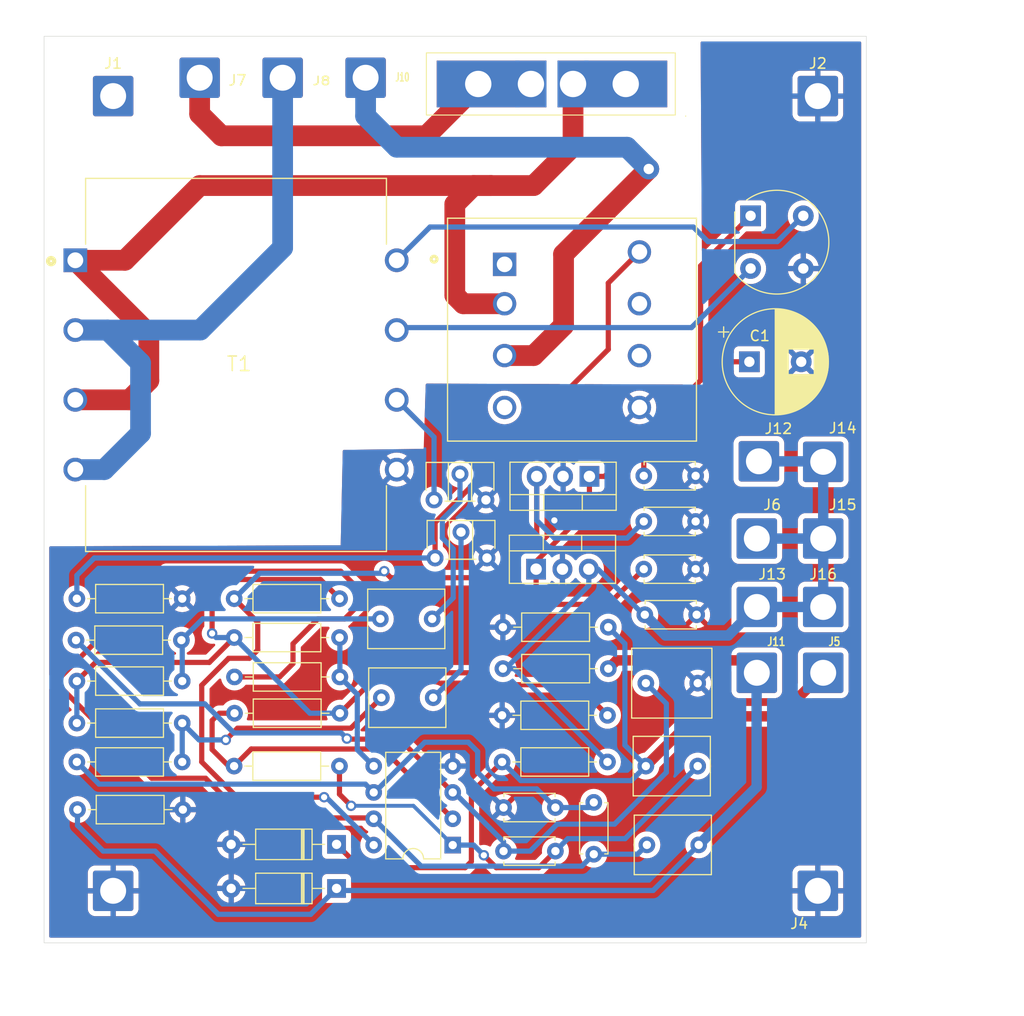
<source format=kicad_pcb>
(kicad_pcb (version 20240108) (generator "pcbnew") (generator_version "8.0")
  (layers (0 "F.Cu" signal) (31 "B.Cu" signal) (34 "B.Paste" user) (35 "F.Paste" user) (36 "B.SilkS" user "B.Silkscreen") (37 "F.SilkS" user "F.Silkscreen") (38 "B.Mask" user) (39 "F.Mask" user) (44 "Edge.Cuts" user))
  (net 0 "")
  (net 1 "Net-(C8-Pad2)")
  (net 2 "Net-(C8-Pad1)")
  (net 3 "Net-(C9-Pad1)")
  (net 4 "Net-(C9-Pad2)")
  (net 5 "Neutral")
  (net 6 "GND")
  (net 7 "Net-(U4B--)")
  (net 8 "Net-(U4A-+)")
  (net 9 "Net-(C12-Pad2)")
  (net 10 "Net-(C13-Pad2)")
  (net 11 "Net-(D2-K)")
  (net 12 "Net-(D3-K)")
  (net 13 "Net-(D1-Pad2)")
  (net 14 "Net-(D1-Pad4)")
  (net 15 "VCC")
  (net 16 "Net-(R1-Pad2)")
  (net 17 "Net-(U4B-+)")
  (net 18 "Net-(U4A--)")
  (net 19 "Net-(F1-Pad2)")
  (net 20 "Net-(R15-Pad2)")
  (net 21 "Net-(RV1-Pad1)")
  (net 22 "5v")
  (net 23 "Net-(J7-Pin_1)")
  (net 24 "Net-(J10-Pin_1)")
  (net 25 "Net-(D1-+)")
  (footprint "Resistor_THT:R_Axial_DIN0207_L6.3mm_D2.5mm_P10.16mm_Horizontal" (layer "F.Cu") (at 128.52 111.8 180)
    (property "Reference" "R10" (hide yes))
    (property "Value" "10 K" (hide yes))
    (pad "1" thru_hole circle (at 0 0 180) (size 1.6 1.6) (drill 0.8) (layers "*.Cu" "*.Mask") (net 17 "Net-(U4B-+)"))
    (pad "2" thru_hole oval (at 10.16 0 180) (size 1.6 1.6) (drill 0.8) (layers "*.Cu" "*.Mask") (net 10 "Net-(C13-Pad2)"))
  )
  (footprint "Connector_Wire:SolderWire-2sqmm_1x01_D2mm_OD3.9mm" (layer "F.Cu") (at 174.603 132.431)
    (property "Reference" "J4" (at -1.803 3.169 0) (layer "F.SilkS"))
    (property "Value" "Hole")
    (pad "1" thru_hole roundrect (at 0 0) (size 3.9 3.9) (drill 2.5) (layers "*.Cu" "*.Mask") (roundrect_rratio 0.064103) (net 6 "GND"))
  )
  (footprint "Potentiometer_THT:Potentiometer_ACP_CA6-H2,5_Horizontal" (layer "F.Cu") (at 137.6 94.725 90)
    (property "Reference" "RV1" (hide yes))
    (property "Value" "R_Potentiometer" (hide yes))
    (pad "1" thru_hole circle (at 0 0 90) (size 1.62 1.62) (drill 0.9) (layers "*.Cu" "*.Mask") (net 21 "Net-(RV1-Pad1)"))
    (pad "2" thru_hole circle (at 2.5 2.5 90) (size 1.62 1.62) (drill 0.9) (layers "*.Cu" "*.Mask") (net 2 "Net-(C8-Pad1)"))
    (pad "3" thru_hole circle (at 0 5 90) (size 1.62 1.62) (drill 0.9) (layers "*.Cu" "*.Mask") (net 6 "GND"))
  )
  (footprint "Connector_Wire:SolderWire-2sqmm_1x01_D2mm_OD3.9mm" (layer "F.Cu") (at 175.12 91.05)
    (property "Reference" "J14" (at 1.88 -3.25 0) (layer "F.SilkS"))
    (property "Value" "Wire")
    (pad "1" thru_hole roundrect (at 0 0) (size 3.9 3.9) (drill 2.5) (layers "*.Cu" "*.Mask") (roundrect_rratio 0.064103) (net 22 "5v"))
  )
  (footprint "Resistor_THT:R_Axial_DIN0207_L6.3mm_D2.5mm_P10.16mm_Horizontal" (layer "F.Cu") (at 103.16 112.2)
    (property "Reference" "R2" (hide yes))
    (property "Value" "51.1k" (hide yes))
    (pad "1" thru_hole circle (at 0 0) (size 1.6 1.6) (drill 0.8) (layers "*.Cu" "*.Mask") (net 16 "Net-(R1-Pad2)"))
    (pad "2" thru_hole oval (at 10.16 0) (size 1.6 1.6) (drill 0.8) (layers "*.Cu" "*.Mask") (net 1 "Net-(C8-Pad2)"))
  )
  (footprint "Connector_Wire:SolderWire-2sqmm_1x01_D2mm_OD3.9mm" (layer "F.Cu") (at 115 54)
    (property "Reference" "J7" (at 3.65 0.25 0) (layer "F.SilkS"))
    (property "Value" "Wire")
    (pad "1" thru_hole roundrect (at 0 0) (size 3.9 3.9) (drill 2.5) (layers "*.Cu" "*.Mask") (roundrect_rratio 0.064103) (net 23 "Net-(J7-Pin_1)"))
  )
  (footprint "Connector_Wire:SolderWire-2sqmm_1x01_D2mm_OD3.9mm" (layer "F.Cu") (at 168.72 98.45)
    (property "Reference" "J6" (at 1.48 -3.25 0) (layer "F.SilkS"))
    (property "Value" "Wire")
    (pad "1" thru_hole roundrect (at 0 0) (size 3.9 3.9) (drill 2.5) (layers "*.Cu" "*.Mask") (roundrect_rratio 0.064103) (net 22 "5v"))
  )
  (footprint "Capacitor_THT:C_Disc_D4.7mm_W2.5mm_P5.00mm" (layer "F.Cu") (at 157.82 101.4)
    (property "Reference" "C4" (hide yes))
    (property "Value" "1 uF" (hide yes))
    (pad "1" thru_hole circle (at 0 0) (size 1.6 1.6) (drill 0.8) (layers "*.Cu" "*.Mask") (net 25 "Net-(D1-+)"))
    (pad "2" thru_hole circle (at 5 0) (size 1.6 1.6) (drill 0.8) (layers "*.Cu" "*.Mask") (net 6 "GND"))
  )
  (footprint "Resistor_THT:R_Axial_DIN0207_L6.3mm_D2.5mm_P10.16mm_Horizontal" (layer "F.Cu") (at 128.52 115.3 180)
    (property "Reference" "R7" (hide yes))
    (property "Value" "10 K" (hide yes))
    (pad "1" thru_hole circle (at 0 0 180) (size 1.6 1.6) (drill 0.8) (layers "*.Cu" "*.Mask") (net 16 "Net-(R1-Pad2)"))
    (pad "2" thru_hole oval (at 10.16 0 180) (size 1.6 1.6) (drill 0.8) (layers "*.Cu" "*.Mask") (net 18 "Net-(U4A--)"))
  )
  (footprint "Capacitor_THT:C_Disc_D4.7mm_W2.5mm_P5.00mm" (layer "F.Cu") (at 144.3 128.6)
    (property "Reference" "C12" (hide yes))
    (property "Value" "10 nF" (hide yes))
    (pad "1" thru_hole circle (at 0 0) (size 1.6 1.6) (drill 0.8) (layers "*.Cu" "*.Mask") (net 8 "Net-(U4A-+)"))
    (pad "2" thru_hole circle (at 5 0) (size 1.6 1.6) (drill 0.8) (layers "*.Cu" "*.Mask") (net 9 "Net-(C12-Pad2)"))
  )
  (footprint "Package_DIP:DIP-8_W7.62mm" (layer "F.Cu") (at 139.4 128.02 180)
    (property "Reference" "U4" (hide yes))
    (property "Value" "LM358")
    (pad "1" thru_hole rect (at 0 0 180) (size 1.6 1.6) (drill 0.8) (layers "*.Cu" "*.Mask") (net 9 "Net-(C12-Pad2)"))
    (pad "2" thru_hole oval (at 0 2.54 180) (size 1.6 1.6) (drill 0.8) (layers "*.Cu" "*.Mask") (net 18 "Net-(U4A--)"))
    (pad "3" thru_hole oval (at 0 5.08 180) (size 1.6 1.6) (drill 0.8) (layers "*.Cu" "*.Mask") (net 8 "Net-(U4A-+)"))
    (pad "4" thru_hole oval (at 0 7.62 180) (size 1.6 1.6) (drill 0.8) (layers "*.Cu" "*.Mask") (net 6 "GND"))
    (pad "5" thru_hole oval (at 7.62 7.62 180) (size 1.6 1.6) (drill 0.8) (layers "*.Cu" "*.Mask") (net 17 "Net-(U4B-+)"))
    (pad "6" thru_hole oval (at 7.62 5.08 180) (size 1.6 1.6) (drill 0.8) (layers "*.Cu" "*.Mask") (net 7 "Net-(U4B--)"))
    (pad "7" thru_hole oval (at 7.62 2.54 180) (size 1.6 1.6) (drill 0.8) (layers "*.Cu" "*.Mask") (net 10 "Net-(C13-Pad2)"))
    (pad "8" thru_hole oval (at 7.62 0 180) (size 1.6 1.6) (drill 0.8) (layers "*.Cu" "*.Mask") (net 15 "VCC"))
  )
  (footprint "Capacitor_THT:C_Rect_L7.2mm_W5.5mm_P5.00mm_FKS2_FKP2_MKS2_MKP2" (layer "F.Cu") (at 137.42 106.2 180)
    (property "Reference" "C8" (hide yes))
    (property "Value" "1.5 uF" (hide yes))
    (pad "1" thru_hole circle (at 0 0 180) (size 1.6 1.6) (drill 0.8) (layers "*.Cu" "*.Mask") (net 2 "Net-(C8-Pad1)"))
    (pad "2" thru_hole circle (at 5 0 180) (size 1.6 1.6) (drill 0.8) (layers "*.Cu" "*.Mask") (net 1 "Net-(C8-Pad2)"))
  )
  (footprint "Custom Transformers:XFMR_FS20-055-C2" (layer "F.Cu") (at 118.506 81.7035)
    (property "Reference" "T1" (at 0.306 -0.1035 0) (layer "F.SilkS") (effects (font (size 1.4 1.4))))
    (property "Value" "FS20-055-C2" (hide yes))
    (pad "1" thru_hole rect (at -15.494 -10.0965) (size 2.286 2.286) (drill 1.524) (layers "*.Cu" "*.Mask") (net 19 "Net-(F1-Pad2)"))
    (pad "2" thru_hole circle (at -15.494 -3.3655) (size 2.286 2.286) (drill 1.524) (layers "*.Cu" "*.Mask") (net 5 "Neutral"))
    (pad "3" thru_hole circle (at -15.494 3.3655) (size 2.286 2.286) (drill 1.524) (layers "*.Cu" "*.Mask") (net 19 "Net-(F1-Pad2)"))
    (pad "4" thru_hole circle (at -15.494 10.0965) (size 2.286 2.286) (drill 1.524) (layers "*.Cu" "*.Mask") (net 5 "Neutral"))
    (pad "5" thru_hole circle (at 15.494 -10.0965) (size 2.286 2.286) (drill 1.524) (layers "*.Cu" "*.Mask") (net 14 "Net-(D1-Pad4)"))
    (pad "6" thru_hole circle (at 15.494 -3.3655) (size 2.286 2.286) (drill 1.524) (layers "*.Cu" "*.Mask") (net 13 "Net-(D1-Pad2)"))
    (pad "7" thru_hole circle (at 15.494 3.3655) (size 2.286 2.286) (drill 1.524) (layers "*.Cu" "*.Mask") (net 21 "Net-(RV1-Pad1)"))
    (pad "8" thru_hole circle (at 15.494 10.0965) (size 2.286 2.286) (drill 1.524) (layers "*.Cu" "*.Mask") (net 6 "GND"))
  )
  (footprint "Potentiometer_THT:Potentiometer_ACP_CA6-H2,5_Horizontal" (layer "F.Cu") (at 137.7 100.325 90)
    (property "Reference" "RV2" (hide yes))
    (property "Value" "R_Potentiometer" (hide yes))
    (pad "1" thru_hole circle (at 0 0 90) (size 1.62 1.62) (drill 0.9) (layers "*.Cu" "*.Mask") (net 20 "Net-(R15-Pad2)"))
    (pad "2" thru_hole circle (at 2.5 2.5 90) (size 1.62 1.62) (drill 0.9) (layers "*.Cu" "*.Mask") (net 3 "Net-(C9-Pad1)"))
    (pad "3" thru_hole circle (at 0 5 90) (size 1.62 1.62) (drill 0.9) (layers "*.Cu" "*.Mask") (net 6 "GND"))
  )
  (footprint "Custom Transformers:XFMR_CSE185L" (layer "F.Cu") (at 150.9 78.3)
    (property "Reference" "T2" (hide yes))
    (property "Value" "CSE185L" (hide yes))
    (pad "1" thru_hole rect (at -6.5 -6.3) (size 2.25 2.25) (drill 1.5) (layers "*.Cu" "*.Mask"))
    (pad "2" thru_hole circle (at -6.5 -2.5) (size 2.25 2.25) (drill 1.5) (layers "*.Cu" "*.Mask") (net 19 "Net-(F1-Pad2)"))
    (pad "3" thru_hole circle (at -6.5 2.5) (size 2.25 2.25) (drill 1.5) (layers "*.Cu" "*.Mask") (net 24 "Net-(J10-Pin_1)"))
    (pad "4" thru_hole circle (at -6.5 7.5) (size 2.25 2.25) (drill 1.5) (layers "*.Cu" "*.Mask"))
    (pad "5" thru_hole circle (at 6.5 7.5) (size 2.25 2.25) (drill 1.5) (layers "*.Cu" "*.Mask") (net 6 "GND"))
    (pad "6" thru_hole circle (at 6.5 2.5) (size 2.25 2.25) (drill 1.5) (layers "*.Cu" "*.Mask"))
    (pad "7" thru_hole circle (at 6.5 -2.5) (size 2.25 2.25) (drill 1.5) (layers "*.Cu" "*.Mask"))
    (pad "8" thru_hole circle (at 6.5 -7.5) (size 2.25 2.25) (drill 1.5) (layers "*.Cu" "*.Mask") (net 20 "Net-(R15-Pad2)"))
  )
  (footprint "Resistor_THT:R_Axial_DIN0207_L6.3mm_D2.5mm_P10.16mm_Horizontal" (layer "F.Cu") (at 128.49 108 180)
    (property "Reference" "R6" (hide yes))
    (property "Value" "10 K" (hide yes))
    (pad "1" thru_hole circle (at 0 0 180) (size 1.6 1.6) (drill 0.8) (layers "*.Cu" "*.Mask") (net 17 "Net-(U4B-+)"))
    (pad "2" thru_hole oval (at 10.16 0 180) (size 1.6 1.6) (drill 0.8) (layers "*.Cu" "*.Mask") (net 16 "Net-(R1-Pad2)"))
  )
  (footprint "Connector_Wire:SolderWire-2sqmm_1x01_D2mm_OD3.9mm" (layer "F.Cu") (at 106.659 55.768)
    (property "Reference" "J1" (at 0 -3.15 0) (layer "F.SilkS"))
    (property "Value" "Hole")
    (pad "1" thru_hole roundrect (at 0 0) (size 3.9 3.9) (drill 2.5) (layers "*.Cu" "*.Mask") (roundrect_rratio 0.064103) (net 6 "GND"))
  )
  (footprint "Connector_Wire:SolderWire-2sqmm_1x01_D2mm_OD3.9mm" (layer "F.Cu") (at 174.603 55.768)
    (property "Reference" "J2" (at 0 -3.15 0) (layer "F.SilkS"))
    (property "Value" "Hole")
    (pad "1" thru_hole roundrect (at 0 0) (size 3.9 3.9) (drill 2.5) (layers "*.Cu" "*.Mask") (roundrect_rratio 0.064103) (net 6 "GND"))
  )
  (footprint "Capacitor_THT:C_Disc_D4.7mm_W2.5mm_P5.00mm" (layer "F.Cu") (at 157.92 105.8)
    (property "Reference" "C5" (hide yes))
    (property "Value" "1 uF" (hide yes))
    (pad "1" thru_hole circle (at 0 0) (size 1.6 1.6) (drill 0.8) (layers "*.Cu" "*.Mask") (net 22 "5v"))
    (pad "2" thru_hole circle (at 5 0) (size 1.6 1.6) (drill 0.8) (layers "*.Cu" "*.Mask") (net 6 "GND"))
  )
  (footprint "Resistor_THT:R_Axial_DIN0207_L6.3mm_D2.5mm_P10.16mm_Horizontal" (layer "F.Cu") (at 154.32 120 180)
    (property "Reference" "R11" (hide yes))
    (property "Value" "10 K" (hide yes))
    (pad "1" thru_hole circle (at 0 0 180) (size 1.6 1.6) (drill 0.8) (layers "*.Cu" "*.Mask") (net 22 "5v"))
    (pad "2" thru_hole oval (at 10.16 0 180) (size 1.6 1.6) (drill 0.8) (layers "*.Cu" "*.Mask") (net 11 "Net-(D2-K)"))
  )
  (footprint "Fuse:Fuseholder_Keystone_3555-2" (layer "F.Cu") (at 134.36 54.2)
    (property "Reference" "F1" (hide yes))
    (property "Value" "Fuse" (hide yes))
    (pad "1" thru_hole custom (at 7.5 0.4 90) (size 4.5 8) (drill 2.54) (layers "*.Cu" "*.Mask") (net 23 "Net-(J7-Pin_1)") (clearance 1) (options (clearance outline) (anchor rect)) (primitives))
    (pad "1" thru_hole custom (at 12.58 0.4) (size 3 4.5) (drill 2.54) (layers "*.Cu" "*.Mask") (net 23 "Net-(J7-Pin_1)") (clearance 0.1) (options (clearance outline) (anchor rect)) (primitives))
    (pad "2" thru_hole custom (at 16.64 0.4) (size 3 4.5) (drill 2.54) (layers "*.Cu" "*.Mask") (net 19 "Net-(F1-Pad2)") (clearance 0.1) (options (clearance outline) (anchor rect)) (primitives))
    (pad "2" thru_hole custom (at 21.72 0.4) (size 8 4.5) (drill 2.54) (layers "*.Cu" "*.Mask") (net 19 "Net-(F1-Pad2)") (clearance 0.1) (options (clearance outline) (anchor rect)) (primitives))
  )
  (footprint "Capacitor_THT:C_Rect_L7.2mm_W5.5mm_P5.00mm_FKS2_FKP2_MKS2_MKP2" (layer "F.Cu") (at 163.02 120.4 180)
    (property "Reference" "C14" (hide yes))
    (property "Value" "1.5 uF" (hide yes))
    (pad "1" thru_hole circle (at 0 0 180) (size 1.6 1.6) (drill 0.8) (layers "*.Cu" "*.Mask") (net 9 "Net-(C12-Pad2)"))
    (pad "2" thru_hole circle (at 5 0 180) (size 1.6 1.6) (drill 0.8) (layers "*.Cu" "*.Mask") (net 11 "Net-(D2-K)"))
  )
  (footprint "Diode_THT:D_A-405_P10.16mm_Horizontal" (layer "F.Cu") (at 128.2 127.95 180)
    (property "Reference" "D2" (hide yes))
    (property "Value" "D_Zener" (hide yes))
    (pad "1" thru_hole rect (at 0 0 180) (size 1.8 1.8) (drill 0.9) (layers "*.Cu" "*.Mask") (net 11 "Net-(D2-K)"))
    (pad "2" thru_hole oval (at 10.16 0 180) (size 1.8 1.8) (drill 0.9) (layers "*.Cu" "*.Mask") (net 6 "GND"))
  )
  (footprint "Resistor_THT:R_Axial_DIN0207_L6.3mm_D2.5mm_P10.16mm_Horizontal" (layer "F.Cu") (at 144.24 111)
    (property "Reference" "R13" (hide yes))
    (property "Value" "10 K" (hide yes))
    (pad "1" thru_hole circle (at 0 0) (size 1.6 1.6) (drill 0.8) (layers "*.Cu" "*.Mask") (net 22 "5v"))
    (pad "2" thru_hole oval (at 10.16 0) (size 1.6 1.6) (drill 0.8) (layers "*.Cu" "*.Mask") (net 12 "Net-(D3-K)"))
  )
  (footprint "Connector_Wire:SolderWire-2sqmm_1x01_D2mm_OD3.9mm" (layer "F.Cu") (at 106.659 132.431)
    (property "Reference" "J3" (hide yes))
    (property "Value" "Hole")
    (pad "1" thru_hole roundrect (at 0 0) (size 3.9 3.9) (drill 2.5) (layers "*.Cu" "*.Mask") (roundrect_rratio 0.064103) (net 6 "GND"))
  )
  (footprint "Capacitor_THT:C_Disc_D4.7mm_W2.5mm_P5.00mm" (layer "F.Cu") (at 157.82 96.8)
    (property "Reference" "C3" (hide yes))
    (property "Value" "1 uF" (hide yes))
    (pad "1" thru_hole circle (at 0 0) (size 1.6 1.6) (drill 0.8) (layers "*.Cu" "*.Mask") (net 15 "VCC"))
    (pad "2" thru_hole circle (at 5 0) (size 1.6 1.6) (drill 0.8) (layers "*.Cu" "*.Mask") (net 6 "GND"))
  )
  (footprint "Capacitor_THT:C_Disc_D4.7mm_W2.5mm_P5.00mm" (layer "F.Cu") (at 153 123.9 -90)
    (property "Reference" "C13" (hide yes))
    (property "Value" "10 nF" (hide yes))
    (pad "1" thru_hole circle (at 0 0 270) (size 1.6 1.6) (drill 0.8) (layers "*.Cu" "*.Mask") (net 7 "Net-(U4B--)"))
    (pad "2" thru_hole circle (at 5 0 270) (size 1.6 1.6) (drill 0.8) (layers "*.Cu" "*.Mask") (net 10 "Net-(C13-Pad2)"))
  )
  (footprint "Resistor_THT:R_Axial_DIN0207_L6.3mm_D2.5mm_P10.16mm_Horizontal" (layer "F.Cu") (at 154.4 107 180)
    (property "Reference" "R12" (hide yes))
    (property "Value" "10 K" (hide yes))
    (pad "1" thru_hole circle (at 0 0 180) (size 1.6 1.6) (drill 0.8) (layers "*.Cu" "*.Mask") (net 11 "Net-(D2-K)"))
    (pad "2" thru_hole oval (at 10.16 0 180) (size 1.6 1.6) (drill 0.8) (layers "*.Cu" "*.Mask") (net 6 "GND"))
  )
  (footprint "Capacitor_THT:C_Rect_L7.2mm_W5.5mm_P5.00mm_FKS2_FKP2_MKS2_MKP2" (layer "F.Cu") (at 137.52 113.8 180)
    (property "Reference" "C9" (hide yes))
    (property "Value" "1.5 uF" (hide yes))
    (pad "1" thru_hole circle (at 0 0 180) (size 1.6 1.6) (drill 0.8) (layers "*.Cu" "*.Mask") (net 3 "Net-(C9-Pad1)"))
    (pad "2" thru_hole circle (at 5 0 180) (size 1.6 1.6) (drill 0.8) (layers "*.Cu" "*.Mask") (net 4 "Net-(C9-Pad2)"))
  )
  (footprint "Connector_Wire:SolderWire-2sqmm_1x01_D2mm_OD3.9mm" (layer "F.Cu") (at 175.12 105.05)
    (property "Reference" "J16" (at 0 -3.15 0) (layer "F.SilkS"))
    (property "Value" "Wire")
    (pad "1" thru_hole roundrect (at 0 0) (size 3.9 3.9) (drill 2.5) (layers "*.Cu" "*.Mask") (roundrect_rratio 0.064103) (net 22 "5v"))
  )
  (footprint "Diode_THT:Diode_Bridge_Round_D9.8mm" (layer "F.Cu") (at 168.12 67.32)
    (property "Reference" "D1" (hide yes))
    (property "Value" "W04G")
    (pad "1" thru_hole rect (at 0 0) (size 2 2) (drill 1) (layers "*.Cu" "*.Mask") (net 25 "Net-(D1-+)"))
    (pad "2" thru_hole oval (at 0 5.08) (size 2 2) (drill 1) (layers "*.Cu" "*.Mask") (net 13 "Net-(D1-Pad2)"))
    (pad "3" thru_hole oval (at 5.08 5.08) (size 2 2) (drill 1) (layers "*.Cu" "*.Mask") (net 6 "GND"))
    (pad "4" thru_hole oval (at 5.08 0) (size 2 2) (drill 1) (layers "*.Cu" "*.Mask") (net 14 "Net-(D1-Pad4)"))
  )
  (footprint "Connector_Wire:SolderWire-2sqmm_1x01_D2mm_OD3.9mm" (layer "F.Cu") (at 168.72 105.05)
    (property "Reference" "J13" (at 1.48 -3.15 0) (layer "F.SilkS"))
    (property "Value" "Wire")
    (pad "1" thru_hole roundrect (at 0 0) (size 3.9 3.9) (drill 2.5) (layers "*.Cu" "*.Mask") (roundrect_rratio 0.064103) (net 22 "5v"))
  )
  (footprint "Diode_THT:D_A-405_P10.16mm_Horizontal" (layer "F.Cu") (at 128.2 132.2 180)
    (property "Reference" "D3" (hide yes))
    (property "Value" "D_Zener" (hide yes))
    (pad "1" thru_hole rect (at 0 0 180) (size 1.8 1.8) (drill 0.9) (layers "*.Cu" "*.Mask") (net 12 "Net-(D3-K)"))
    (pad "2" thru_hole oval (at 10.16 0 180) (size 1.8 1.8) (drill 0.9) (layers "*.Cu" "*.Mask") (net 6 "GND"))
  )
  (footprint "Capacitor_THT:C_Disc_D4.7mm_W2.5mm_P5.00mm" (layer "F.Cu") (at 144.3 124.4)
    (property "Reference" "C10" (hide yes))
    (property "Value" "22 nF" (hide yes))
    (pad "1" thru_hole circle (at 0 0) (size 1.6 1.6) (drill 0.8) (layers "*.Cu" "*.Mask") (net 6 "GND"))
    (pad "2" thru_hole circle (at 5 0) (size 1.6 1.6) (drill 0.8) (layers "*.Cu" "*.Mask") (net 7 "Net-(U4B--)"))
  )
  (footprint "Connector_Wire:SolderWire-2sqmm_1x01_D2mm_OD3.9mm" (layer "F.Cu") (at 168.92 91)
    (property "Reference" "J12" (at 1.88 -3.15 0) (layer "F.SilkS"))
    (property "Value" "Wire")
    (pad "1" thru_hole roundrect (at 0 0) (size 3.9 3.9) (drill 2.5) (layers "*.Cu" "*.Mask") (roundrect_rratio 0.064103) (net 22 "5v"))
  )
  (footprint "Package_TO_SOT_THT:TO-220-3_Vertical" (layer "F.Cu") (at 147.44 101.4)
    (property "Reference" "U2" (hide yes))
    (property "Value" "5 V Regulator")
    (pad "1" thru_hole rect (at 0 0) (size 1.905 2) (drill 1.1) (layers "*.Cu" "*.Mask") (net 25 "Net-(D1-+)"))
    (pad "2" thru_hole oval (at 2.54 0) (size 1.905 2) (drill 1.1) (layers "*.Cu" "*.Mask") (net 6 "GND"))
    (pad "3" thru_hole oval (at 5.08 0) (size 1.905 2) (drill 1.1) (layers "*.Cu" "*.Mask") (net 22 "5v"))
  )
  (footprint "Resistor_THT:R_Axial_DIN0207_L6.3mm_D2.5mm_P10.16mm_Horizontal" (layer "F.Cu") (at 103.22 124.6)
    (property "Reference" "R14" (hide yes))
    (property "Value" "10 K" (hide yes))
    (pad "1" thru_hole circle (at 0 0) (size 1.6 1.6) (drill 0.8) (layers "*.Cu" "*.Mask") (net 12 "Net-(D3-K)"))
    (pad "2" thru_hole oval (at 10.16 0) (size 1.6 1.6) (drill 0.8) (layers "*.Cu" "*.Mask") (net 6 "GND"))
  )
  (footprint "Connector_Wire:SolderWire-2sqmm_1x01_D2mm_OD3.9mm" (layer "F.Cu") (at 175.12 98.45)
    (property "Reference" "J15" (at 1.88 -3.25 0) (layer "F.SilkS"))
    (property "Value" "Wire")
    (pad "1" thru_hole roundrect (at 0 0) (size 3.9 3.9) (drill 2.5) (layers "*.Cu" "*.Mask") (roundrect_rratio 0.064103) (net 22 "5v"))
  )
  (footprint "Connector_Wire:SolderWire-2sqmm_1x01_D2mm_OD3.9mm" (layer "F.Cu") (at 168.72 111.4)
    (property "Reference" "J11" (at 1.88 -3 0) (layer "F.SilkS") (effects (font (size 0.8 0.65))))
    (property "Value" "Wire")
    (pad "1" thru_hole roundrect (at 0 0) (size 3.9 3.9) (drill 2.5) (layers "*.Cu" "*.Mask") (roundrect_rratio 0.064103) (net 12 "Net-(D3-K)"))
  )
  (footprint "Capacitor_THT:C_Rect_L7.2mm_W5.5mm_P5.00mm_FKS2_FKP2_MKS2_MKP2" (layer "F.Cu") (at 158.12 128)
    (property "Reference" "C15" (hide yes))
    (property "Value" "1.5 uF" (hide yes))
    (pad "1" thru_hole circle (at 0 0) (size 1.6 1.6) (drill 0.8) (layers "*.Cu" "*.Mask") (net 10 "Net-(C13-Pad2)"))
    (pad "2" thru_hole circle (at 5 0) (size 1.6 1.6) (drill 0.8) (layers "*.Cu" "*.Mask") (net 12 "Net-(D3-K)"))
  )
  (footprint "Resistor_THT:R_Axial_DIN0207_L6.3mm_D2.5mm_P10.16mm_Horizontal" (layer "F.Cu") (at 113.32 120 180)
    (property "Reference" "R5" (hide yes))
    (property "Value" "20 K" (hide yes))
    (pad "1" thru_hole circle (at 0 0 180) (size 1.6 1.6) (drill 0.8) (layers "*.Cu" "*.Mask") (net 4 "Net-(C9-Pad2)"))
    (pad "2" thru_hole oval (at 10.16 0 180) (size 1.6 1.6) (drill 0.8) (layers "*.Cu" "*.Mask") (net 7 "Net-(U4B--)"))
  )
  (footprint "Resistor_THT:R_Axial_DIN0207_L6.3mm_D2.5mm_P10.16mm_Horizontal" (layer "F.Cu") (at 113.24 108.25 180)
    (property "Reference" "R4" (hide yes))
    (property "Value" "20 K" (hide yes))
    (pad "1" thru_hole circle (at 0 0 180) (size 1.6 1.6) (drill 0.8) (layers "*.Cu" "*.Mask") (net 1 "Net-(C8-Pad2)"))
    (pad "2" thru_hole oval (at 10.16 0 180) (size 1.6 1.6) (drill 0.8) (layers "*.Cu" "*.Mask") (net 8 "Net-(U4A-+)"))
  )
  (footprint "Capacitor_THT:C_Disc_D4.7mm_W2.5mm_P5.00mm" (layer "F.Cu") (at 157.82 92.4)
    (property "Reference" "C2" (hide yes))
    (property "Value" "1 uF" (hide yes))
    (pad "1" thru_hole circle (at 0 0) (size 1.6 1.6) (drill 0.8) (layers "*.Cu" "*.Mask") (net 25 "Net-(D1-+)"))
    (pad "2" thru_hole circle (at 5 0) (size 1.6 1.6) (drill 0.8) (layers "*.Cu" "*.Mask") (net 6 "GND"))
  )
  (footprint "Resistor_THT:R_Axial_DIN0207_L6.3mm_D2.5mm_P10.16mm_Horizontal" (layer "F.Cu") (at 154.32 115.5 180)
    (property "Reference" "R8" (hide yes))
    (property "Value" "1 K" (hide yes))
    (pad "1" thru_hole circle (at 0 0 180) (size 1.6 1.6) (drill 0.8) (layers "*.Cu" "*.Mask") (net 16 "Net-(R1-Pad2)"))
    (pad "2" thru_hole oval (at 10.16 0 180) (size 1.6 1.6) (drill 0.8) (layers "*.Cu" "*.Mask") (net 6 "GND"))
  )
  (footprint "Capacitor_THT:C_Rect_L7.5mm_W6.5mm_P5.00mm" (layer "F.Cu") (at 158.02 112.4)
    (property "Reference" "C11" (hide yes))
    (property "Value" "20 nF" (hide yes))
    (pad "1" thru_hole circle (at 0 0) (size 1.6 1.6) (drill 0.8) (layers "*.Cu" "*.Mask") (net 8 "Net-(U4A-+)"))
    (pad "2" thru_hole circle (at 5 0) (size 1.6 1.6) (drill 0.8) (layers "*.Cu" "*.Mask") (net 6 "GND"))
  )
  (footprint "Resistor_THT:R_Axial_DIN0207_L6.3mm_D2.5mm_P10.16mm_Horizontal" (layer "F.Cu") (at 118.32 120.4)
    (property "Reference" "R9" (hide yes))
    (property "Value" "10 K" (hide yes))
    (pad "1" thru_hole circle (at 0 0) (size 1.6 1.6) (drill 0.8) (layers "*.Cu" "*.Mask") (net 18 "Net-(U4A--)"))
    (pad "2" thru_hole oval (at 10.16 0) (size 1.6 1.6) (drill 0.8) (layers "*.Cu" "*.Mask") (net 9 "Net-(C12-Pad2)"))
  )
  (footprint "Capacitor_THT:CP_Radial_D10.0mm_P5.00mm" (layer "F.Cu") (at 168 81.4)
    (property "Reference" "C1" (at 1 -2.5 0) (layer "F.SilkS"))
    (property "Value" "100 uF" (hide yes))
    (pad "1" thru_hole rect (at 0 0) (size 2 2) (drill 1) (layers "*.Cu" "*.Mask") (net 25 "Net-(D1-+)"))
    (pad "2" thru_hole circle (at 5 0) (size 2 2) (drill 1) (layers "*.Cu" "*.Mask") (net 6 "GND"))
  )
  (footprint "Package_TO_SOT_THT:TO-220-3_Vertical" (layer "F.Cu") (at 152.58 92.455 180)
    (property "Reference" "U1" (hide yes))
    (property "Value" "12 V Regulator")
    (pad "1" thru_hole rect (at 0 0 180) (size 1.905 2) (drill 1.1) (layers "*.Cu" "*.Mask") (net 25 "Net-(D1-+)"))
    (pad "2" thru_hole oval (at 2.54 0 180) (size 1.905 2) (drill 1.1) (layers "*.Cu" "*.Mask") (net 6 "GND"))
    (pad "3" thru_hole oval (at 5.08 0 180) (size 1.905 2) (drill 1.1) (layers "*.Cu" "*.Mask") (net 15 "VCC"))
  )
  (footprint "Connector_Wire:SolderWire-2sqmm_1x01_D2mm_OD3.9mm" (layer "F.Cu") (at 131 54)
    (property "Reference" "J10" (at 3.55 -0.05 0) (layer "F.SilkS") (effects (font (size 0.8 0.5) (thickness 0.125))))
    (property "Value" "Wire")
    (pad "1" thru_hole roundrect (at 0 0) (size 3.9 3.9) (drill 2.5) (layers "*.Cu" "*.Mask") (roundrect_rratio 0.064103) (net 24 "Net-(J10-Pin_1)"))
  )
  (footprint "Connector_Wire:SolderWire-2sqmm_1x01_D2mm_OD3.9mm" (layer "F.Cu") (at 123 54)
    (property "Reference" "J8" (at 3.75 0.3 0) (layer "F.SilkS") (effects (font (size 0.8 1))))
    (property "Value" "Wire")
    (pad "1" thru_hole roundrect (at 0 0) (size 3.9 3.9) (drill 2.5) (layers "*.Cu" "*.Mask") (roundrect_rratio 0.064103) (net 5 "Neutral"))
  )
  (footprint "Connector_Wire:SolderWire-2sqmm_1x01_D2mm_OD3.9mm" (layer "F.Cu") (at 175.12 111.4)
    (property "Reference" "J5" (at 1.08 -3 0) (layer "F.SilkS") (effects (font (size 0.8 0.65))))
    (property "Value" "Wire")
    (pad "1" thru_hole roundrect (at 0 0) (size 3.9 3.9) (drill 2.5) (layers "*.Cu" "*.Mask") (roundrect_rratio 0.064103) (net 11 "Net-(D2-K)"))
  )
  (footprint "Resistor_THT:R_Axial_DIN0207_L6.3mm_D2.5mm_P10.16mm_Horizontal" (layer "F.Cu") (at 103.16 116.25)
    (property "Reference" "R3" (hide yes))
    (property "Value" "51.1 K" (hide yes))
    (pad "1" thru_hole circle (at 0 0) (size 1.6 1.6) (drill 0.8) (layers "*.Cu" "*.Mask") (net 16 "Net-(R1-Pad2)"))
    (pad "2" thru_hole oval (at 10.16 0) (size 1.6 1.6) (drill 0.8) (layers "*.Cu" "*.Mask") (net 4 "Net-(C9-Pad2)"))
  )
  (footprint "Resistor_THT:R_Axial_DIN0207_L6.3mm_D2.5mm_P10.16mm_Horizontal" (layer "F.Cu") (at 113.32 104.25 180)
    (property "Reference" "R15" (hide yes))
    (property "Value" "30" (hide yes))
    (pad "1" thru_hole circle (at 0 0 180) (size 1.6 1.6) (drill 0.8) (layers "*.Cu" "*.Mask") (net 6 "GND"))
    (pad "2" thru_hole oval (at 10.16 0 180) (size 1.6 1.6) (drill 0.8) (layers "*.Cu" "*.Mask") (net 20 "Net-(R15-Pad2)"))
  )
  (footprint "Resistor_THT:R_Axial_DIN0207_L6.3mm_D2.5mm_P10.16mm_Horizontal" (layer "F.Cu") (at 118.33 104.25)
    (property "Reference" "R1" (hide yes))
    (property "Value" "3 K" (hide yes))
    (pad "1" thru_hole circle (at 0 0) (size 1.6 1.6) (drill 0.8) (layers "*.Cu" "*.Mask") (net 15 "VCC"))
    (pad "2" thru_hole oval (at 10.16 0) (size 1.6 1.6) (drill 0.8) (layers "*.Cu" "*.Mask") (net 16 "Net-(R1-Pad2)"))
  )
  (gr_rect (start 100 50) (end 179.28 137.4522) (stroke (width 0.05)) (fill none) (layer "Edge.Cuts"))
  (segment (start 113.32 108.33) (end 113.24 108.25) (width 0.5) (layer "B.Cu") (net 1))
  (segment (start 115.29 106.2) (end 132.42 106.2) (width 0.5) (layer "B.Cu") (net 1))
  (segment (start 113.24 108.25) (end 115.29 106.2) (width 0.5) (layer "B.Cu") (net 1))
  (segment (start 113.32 112.2) (end 113.32 108.33) (width 0.5) (layer "B.Cu") (net 1))
  (segment (start 140.1 94.9) (end 140.1 92.225) (width 0.5) (layer "B.Cu") (net 2))
  (segment (start 137.42 106.2) (end 139.446 104.174) (width 0.5) (layer "B.Cu") (net 2))
  (segment (start 139.446 99.446) (end 138.4 98.4) (width 0.5) (layer "B.Cu") (net 2))
  (segment (start 139.446 104.174) (end 139.446 99.446) (width 0.5) (layer "B.Cu") (net 2))
  (segment (start 138.4 96.6) (end 140.1 94.9) (width 0.5) (layer "B.Cu") (net 2))
  (segment (start 138.4 98.4) (end 138.4 96.6) (width 0.5) (layer "B.Cu") (net 2))
  (segment (start 140.2 97.825) (end 140.2 111.12) (width 0.5) (layer "B.Cu") (net 3))
  (segment (start 140.2 111.12) (end 137.52 113.8) (width 0.5) (layer "B.Cu") (net 3))
  (segment (start 129.578 116.742) (end 132.52 113.8) (width 0.5) (layer "F.Cu") (net 4))
  (segment (start 117.521321 117.873533) (end 118.652854 116.742) (width 0.5) (layer "F.Cu") (net 4))
  (segment (start 118.652854 116.742) (end 129.578 116.742) (width 0.5) (layer "F.Cu") (net 4))
  (via (at 117.521321 117.873533) (size 1) (drill 0.6) (layers "F.Cu" "B.Cu") (net 4))
  (segment (start 117.521321 117.873533) (end 114.943533 117.873533) (width 0.5) (layer "B.Cu") (net 4))
  (segment (start 114.943533 117.873533) (end 113.32 116.25) (width 0.5) (layer "B.Cu") (net 4))
  (segment (start 113.32 116.25) (end 113.32 120) (width 0.5) (layer "B.Cu") (net 4))
  (segment (start 109.3 88.3) (end 109.3 81.504263) (width 2) (layer "B.Cu") (net 5))
  (segment (start 103.012 91.8) (end 105.8 91.8) (width 2) (layer "B.Cu") (net 5))
  (segment (start 105.8 91.8) (end 109.3 88.3) (width 2) (layer "B.Cu") (net 5))
  (segment (start 123 70.4) (end 123 54) (width 2) (layer "B.Cu") (net 5))
  (segment (start 115.062 78.338) (end 123 70.4) (width 2) (layer "B.Cu") (net 5))
  (segment (start 109.3 81.504263) (end 106.133737 78.338) (width 2) (layer "B.Cu") (net 5))
  (segment (start 103.012 78.338) (end 115.062 78.338) (width 2) (layer "B.Cu") (net 5))
  (segment (start 106.133737 78.338) (end 103.012 78.338) (width 2) (layer "B.Cu") (net 5))
  (via (at 149.2 96.7) (size 1) (drill 0.6) (layers "F.Cu" "B.Cu") (net 6))
  (segment (start 131.78 122.94) (end 130.980001 122.140001) (width 0.5) (layer "B.Cu") (net 7))
  (segment (start 152.5 124.4) (end 153 123.9) (width 0.5) (layer "B.Cu") (net 7))
  (segment (start 131.86 122.94) (end 136.7 118.1) (width 0.5) (layer "B.Cu") (net 7))
  (segment (start 140.9 118.1) (end 141.8 119) (width 0.5) (layer "B.Cu") (net 7))
  (segment (start 130.980001 122.140001) (end 105.300001 122.140001) (width 0.5) (layer "B.Cu") (net 7))
  (segment (start 149.3 124.4) (end 152.5 124.4) (width 0.5) (layer "B.Cu") (net 7))
  (segment (start 136.7 118.1) (end 140.9 118.1) (width 0.5) (layer "B.Cu") (net 7))
  (segment (start 131.78 122.94) (end 131.86 122.94) (width 0.5) (layer "B.Cu") (net 7))
  (segment (start 141.8 119) (end 141.8 121) (width 0.5) (layer "B.Cu") (net 7))
  (segment (start 105.300001 122.140001) (end 103.16 120) (width 0.5) (layer "B.Cu") (net 7))
  (segment (start 147.5 122.6) (end 149.3 124.4) (width 0.5) (layer "B.Cu") (net 7))
  (segment (start 141.8 121) (end 143.4 122.6) (width 0.5) (layer "B.Cu") (net 7))
  (segment (start 143.4 122.6) (end 147.5 122.6) (width 0.5) (layer "B.Cu") (net 7))
  (segment (start 129.25 117.8) (end 134.26 117.8) (width 0.5) (layer "F.Cu") (net 8))
  (segment (start 134.26 117.8) (end 139.4 122.94) (width 0.5) (layer "F.Cu") (net 8))
  (segment (start 129.196 117.746) (end 129.25 117.8) (width 0.5) (layer "F.Cu") (net 8))
  (via (at 129.196 117.746) (size 1) (drill 0.6) (layers "F.Cu" "B.Cu") (net 8))
  (segment (start 146.867767 128.6) (end 149.467767 126) (width 0.5) (layer "B.Cu") (net 8))
  (segment (start 160 114.38) (end 158.02 112.4) (width 0.5) (layer "B.Cu") (net 8))
  (segment (start 155 126) (end 160 121) (width 0.5) (layer "B.Cu") (net 8))
  (segment (start 144.3 128.6) (end 144.3 127.7) (width 0.5) (layer "B.Cu") (net 8))
  (segment (start 129.196 117.746) (end 128.65 117.2) (width 0.5) (layer "B.Cu") (net 8))
  (segment (start 139.54 122.94) (end 139.4 122.94) (width 0.5) (layer "B.Cu") (net 8))
  (segment (start 128.65 117.2) (end 118.3 117.2) (width 0.5) (layer "B.Cu") (net 8))
  (segment (start 109.23 114.4) (end 103.08 108.25) (width 0.5) (layer "B.Cu") (net 8))
  (segment (start 149.467767 126) (end 155 126) (width 0.5) (layer "B.Cu") (net 8))
  (segment (start 118.3 117.2) (end 115.5 114.4) (width 0.5) (layer "B.Cu") (net 8))
  (segment (start 115.5 114.4) (end 109.23 114.4) (width 0.5) (layer "B.Cu") (net 8))
  (segment (start 160 121) (end 160 114.38) (width 0.5) (layer "B.Cu") (net 8))
  (segment (start 144.3 127.7) (end 139.54 122.94) (width 0.5) (layer "B.Cu") (net 8))
  (segment (start 144.3 128.6) (end 146.867767 128.6) (width 0.5) (layer "B.Cu") (net 8))
  (segment (start 143.6 130.2) (end 147.7 130.2) (width 0.5) (layer "F.Cu") (net 9))
  (segment (start 128.48 123.11) (end 128.48 120.4) (width 0.5) (layer "F.Cu") (net 9))
  (segment (start 142.4 129) (end 143.6 130.2) (width 0.5) (layer "F.Cu") (net 9))
  (segment (start 129.6 124.23) (end 128.48 123.11) (width 0.5) (layer "F.Cu") (net 9))
  (segment (start 147.7 130.2) (end 149.3 128.6) (width 0.5) (layer "F.Cu") (net 9))
  (via (at 142.4 129) (size 1) (drill 0.6) (layers "F.Cu" "B.Cu") (net 9))
  (via (at 129.6 124.23) (size 1) (drill 0.6) (layers "F.Cu" "B.Cu") (net 9))
  (segment (start 150.5 127.4) (end 156.02 127.4) (width 0.5) (layer "B.Cu") (net 9))
  (segment (start 139.4 128.02) (end 141.42 128.02) (width 0.5) (layer "B.Cu") (net 9))
  (segment (start 156.02 127.4) (end 163.02 120.4) (width 0.5) (layer "B.Cu") (net 9))
  (segment (start 129.6 124.23) (end 135.61 124.23) (width 0.375) (layer "B.Cu") (net 9))
  (segment (start 141.42 128.02) (end 142.4 129) (width 0.5) (layer "B.Cu") (net 9))
  (segment (start 135.61 124.23) (end 139.4 128.02) (width 0.375) (layer "B.Cu") (net 9))
  (segment (start 149.3 128.6) (end 150.5 127.4) (width 0.5) (layer "B.Cu") (net 9))
  (segment (start 126.4 106.2) (end 128.983832 106.2) (width 0.5) (layer "F.Cu") (net 10))
  (segment (start 119.4 125.4) (end 131.7 125.4) (width 0.5) (layer "F.Cu") (net 10))
  (segment (start 130.4 103.4) (end 128.6 101.6) (width 0.5) (layer "F.Cu") (net 10))
  (segment (start 115.571683 121.571683) (end 119.4 125.4) (width 0.5) (layer "F.Cu") (net 10))
  (segment (start 110.371683 121.571683) (end 115.571683 121.571683) (width 0.5) (layer "F.Cu") (net 10))
  (segment (start 130.4 104.783832) (end 130.4 103.4) (width 0.5) (layer "F.Cu") (net 10))
  (segment (start 128.6 101.6) (end 111.8 101.6) (width 0.5) (layer "F.Cu") (net 10))
  (segment (start 118.36 111.8) (end 122.707767 111.8) (width 0.5) (layer "F.Cu") (net 10))
  (segment (start 128.983832 106.2) (end 130.4 104.783832) (width 0.5) (layer "F.Cu") (net 10))
  (segment (start 101.4 112.6) (end 110.371683 121.571683) (width 0.5) (layer "F.Cu") (net 10))
  (segment (start 111.8 101.6) (end 101.4 112) (width 0.5) (layer "F.Cu") (net 10))
  (segment (start 122.707767 111.8) (end 124 110.507767) (width 0.5) (layer "F.Cu") (net 10))
  (segment (start 131.7 125.4) (end 131.78 125.48) (width 0.5) (layer "F.Cu") (net 10))
  (segment (start 101.4 112) (end 101.4 112.6) (width 0.5) (layer "F.Cu") (net 10))
  (segment (start 124 108.6) (end 126.4 106.2) (width 0.5) (layer "F.Cu") (net 10))
  (segment (start 124 110.507767) (end 124 108.6) (width 0.5) (layer "F.Cu") (net 10))
  (segment (start 153 128.9) (end 157.22 128.9) (width 0.5) (layer "B.Cu") (net 10))
  (segment (start 157.22 128.9) (end 158.12 128) (width 0.5) (layer "B.Cu") (net 10))
  (segment (start 151.85 130.05) (end 153 128.9) (width 0.5) (layer "B.Cu") (net 10))
  (segment (start 131.78 125.48) (end 136.35 130.05) (width 0.5) (layer "B.Cu") (net 10))
  (segment (start 136.35 130.05) (end 151.85 130.05) (width 0.5) (layer "B.Cu") (net 10))
  (segment (start 141.2 122.96) (end 141.2 129.6) (width 0.5) (layer "F.Cu") (net 11))
  (segment (start 128.2 127.95) (end 130.45 130.2) (width 0.5) (layer "F.Cu") (net 11))
  (segment (start 141.2 129.6) (end 140.6 130.2) (width 0.5) (layer "F.Cu") (net 11))
  (segment (start 175.12 111.4) (end 170.92 115.6) (width 1) (layer "F.Cu") (net 11))
  (segment (start 170.92 115.6) (end 162.82 115.6) (width 1) (layer "F.Cu") (net 11))
  (segment (start 140.6 130.2) (end 130.45 130.2) (width 0.5) (layer "F.Cu") (net 11))
  (segment (start 162.82 115.6) (end 158.02 120.4) (width 1) (layer "F.Cu") (net 11))
  (segment (start 144.16 120) (end 141.2 122.96) (width 0.5) (layer "F.Cu") (net 11))
  (segment (start 154.4 107) (end 156 108.6) (width 0.5) (layer "B.Cu") (net 11))
  (segment (start 156.62 121.8) (end 158.02 120.4) (width 0.5) (layer "B.Cu") (net 11))
  (segment (start 145.96 121.8) (end 156.62 121.8) (width 0.5) (layer "B.Cu") (net 11))
  (segment (start 156 108.6) (end 156 118.38) (width 0.5) (layer "B.Cu") (net 11))
  (segment (start 144.16 120) (end 145.96 121.8) (width 0.5) (layer "B.Cu") (net 11))
  (segment (start 156 118.38) (end 158.02 120.4) (width 0.5) (layer "B.Cu") (net 11))
  (segment (start 167.52 110.2) (end 168.72 111.4) (width 1) (layer "F.Cu") (net 12))
  (segment (start 155.2 110.2) (end 167.52 110.2) (width 1) (layer "F.Cu") (net 12))
  (segment (start 154.4 111) (end 155.2 110.2) (width 1) (layer "F.Cu") (net 12))
  (segment (start 168.7 111.42) (end 168.7 122.42) (width 1) (layer "B.Cu") (net 12))
  (segment (start 105.7 128.6) (end 110.7 128.6) (width 0.5) (layer "B.Cu") (net 12))
  (segment (start 158.72 132.4) (end 128.43 132.4) (width 0.5) (layer "B.Cu") (net 12))
  (segment (start 163.12 128) (end 158.72 132.4) (width 0.5) (layer "B.Cu") (net 12))
  (segment (start 103.22 124.6) (end 103.22 126.12) (width 0.5) (layer "B.Cu") (net 12))
  (segment (start 128.4 132.2) (end 128.2 132.4) (width 0.5) (layer "B.Cu") (net 12))
  (segment (start 103.22 126.12) (end 105.7 128.6) (width 0.5) (layer "B.Cu") (net 12))
  (segment (start 125.7 134.7) (end 128.2 132.2) (width 0.5) (layer "B.Cu") (net 12))
  (segment (start 168.72 111.4) (end 168.7 111.42) (width 1) (layer "B.Cu") (net 12))
  (segment (start 168.7 122.42) (end 163.12 128) (width 1) (layer "B.Cu") (net 12))
  (segment (start 116.8 134.7) (end 125.7 134.7) (width 0.5) (layer "B.Cu") (net 12))
  (segment (start 110.7 128.6) (end 116.8 134.7) (width 0.5) (layer "B.Cu") (net 12))
  (segment (start 134 78.338) (end 134.238 78.1) (width 0.5) (layer "B.Cu") (net 13))
  (segment (start 162.42 78.1) (end 168.12 72.4) (width 0.5) (layer "B.Cu") (net 13))
  (segment (start 134.238 78.1) (end 162.42 78.1) (width 0.5) (layer "B.Cu") (net 13))
  (segment (start 170.7 69.8) (end 173.18 67.32) (width 0.5) (layer "B.Cu") (net 14))
  (segment (start 137.207 68.4) (end 162.6 68.4) (width 0.5) (layer "B.Cu") (net 14))
  (segment (start 162.6 68.4) (end 164 69.8) (width 0.5) (layer "B.Cu") (net 14))
  (segment (start 173.18 67.32) (end 173.2 67.32) (width 0.5) (layer "B.Cu") (net 14))
  (segment (start 134 71.607) (end 137.207 68.4) (width 0.5) (layer "B.Cu") (net 14))
  (segment (start 164 69.8) (end 170.7 69.8) (width 0.5) (layer "B.Cu") (net 14))
  (segment (start 132.8 101.6) (end 133.427941 102.227941) (width 0.5) (layer "F.Cu") (net 15))
  (segment (start 127 123.4) (end 118.6 123.4) (width 0.5) (layer "F.Cu") (net 15))
  (segment (start 147.5 98.3) (end 147.5 92.455) (width 0.5) (layer "F.Cu") (net 15))
  (segment (start 118.6 123.4) (end 115.2 120) (width 0.5) (layer "F.Cu") (net 15))
  (segment (start 120.6 109.2) (end 120.6 106.52) (width 0.5) (layer "F.Cu") (net 15))
  (segment (start 115.2 112.6) (end 117.8 110) (width 0.5) (layer "F.Cu") (net 15))
  (segment (start 119.8 110) (end 120.6 109.2) (width 0.5) (layer "F.Cu") (net 15))
  (segment (start 117.8 110) (end 119.8 110) (width 0.5) (layer "F.Cu") (net 15))
  (segment (start 120.6 106.52) (end 118.33 104.25) (width 0.5) (layer "F.Cu") (net 15))
  (segment (start 133.427941 102.227941) (end 143.572059 102.227941) (width 0.5) (layer "F.Cu") (net 15))
  (segment (start 143.572059 102.227941) (end 147.5 98.3) (width 0.5) (layer "F.Cu") (net 15))
  (segment (start 115.2 120) (end 115.2 112.6) (width 0.5) (layer "F.Cu") (net 15))
  (via (at 132.8 101.6) (size 1) (drill 0.6) (layers "F.Cu" "B.Cu") (net 15))
  (via (at 127 123.4) (size 1) (drill 0.6) (layers "F.Cu" "B.Cu") (net 15))
  (segment (start 118.33 104.25) (end 120.78 101.8) (width 0.5) (layer "B.Cu") (net 15))
  (segment (start 156.22 98.4) (end 149.2 98.4) (width 0.5) (layer "B.Cu") (net 15))
  (segment (start 131.78 127.98) (end 131.78 128.02) (width 0.5) (layer "B.Cu") (net 15))
  (segment (start 132.6 101.8) (end 132.8 101.6) (width 0.5) (layer "B.Cu") (net 15))
  (segment (start 149.2 98.4) (end 147.5 96.7) (width 0.5) (layer "B.Cu") (net 15))
  (segment (start 127 123.4) (end 127.2 123.4) (width 0.5) (layer "B.Cu") (net 15))
  (segment (start 120.78 101.8) (end 132.6 101.8) (width 0.5) (layer "B.Cu") (net 15))
  (segment (start 147.5 96.7) (end 147.5 92.455) (width 0.5) (layer "B.Cu") (net 15))
  (segment (start 127.2 123.4) (end 131.78 127.98) (width 0.5) (layer "B.Cu") (net 15))
  (segment (start 157.82 96.8) (end 156.22 98.4) (width 0.5) (layer "B.Cu") (net 15))
  (segment (start 131.27 112.55) (end 131.27 112.53) (width 0.5) (layer "F.Cu") (net 16))
  (segment (start 132.4 111.4) (end 141.8 111.4) (width 0.5) (layer "F.Cu") (net 16))
  (segment (start 115.93 110.4) (end 118.33 108) (width 0.5) (layer "F.Cu") (net 16))
  (segment (start 142.95 112.55) (end 151.37 112.55) (width 0.5) (layer "F.Cu") (net 16))
  (segment (start 126.64 102.4) (end 128.49 104.25) (width 0.5) (layer "F.Cu") (net 16))
  (segment (start 116.2 103.4) (end 117.2 102.4) (width 0.5) (layer "F.Cu") (net 16))
  (segment (start 131.27 112.53) (end 132.4 111.4) (width 0.5) (layer "F.Cu") (net 16))
  (segment (start 104.96 110.4) (end 115.93 110.4) (width 0.5) (layer "F.Cu") (net 16))
  (segment (start 141.8 111.4) (end 142.95 112.55) (width 0.5) (layer "F.Cu") (net 16))
  (segment (start 103.16 112.2) (end 104.96 110.4) (width 0.5) (layer "F.Cu") (net 16))
  (segment (start 128.52 115.3) (end 131.27 112.55) (width 0.5) (layer "F.Cu") (net 16))
  (segment (start 116.2 107.6) (end 116.2 103.4) (width 0.5) (layer "F.Cu") (net 16))
  (segment (start 151.37 112.55) (end 154.32 115.5) (width 0.5) (layer "F.Cu") (net 16))
  (segment (start 117.2 102.4) (end 126.64 102.4) (width 0.5) (layer "F.Cu") (net 16))
  (via (at 116.2 107.6) (size 1) (drill 0.6) (layers "F.Cu" "B.Cu") (net 16))
  (segment (start 103.16 116.25) (end 103.16 112.2) (width 0.5) (layer "B.Cu") (net 16))
  (segment (start 125.63 115.3) (end 118.33 108) (width 0.5) (layer "B.Cu") (net 16))
  (segment (start 116.6 108) (end 116.2 107.6) (width 0.5) (layer "B.Cu") (net 16))
  (segment (start 118.33 108) (end 116.6 108) (width 0.5) (layer "B.Cu") (net 16))
  (segment (start 128.52 115.3) (end 125.63 115.3) (width 0.5) (layer "B.Cu") (net 16))
  (segment (start 128.52 108.03) (end 128.49 108) (width 0.5) (layer "B.Cu") (net 17))
  (segment (start 128.52 111.8) (end 128.52 108.03) (width 0.5) (layer "B.Cu") (net 17))
  (segment (start 130.2 113.48) (end 128.52 111.8) (width 0.5) (layer "B.Cu") (net 17))
  (segment (start 130.2 118.82) (end 130.2 113.48) (width 0.5) (layer "B.Cu") (net 17))
  (segment (start 131.78 120.4) (end 130.2 118.82) (width 0.5) (layer "B.Cu") (net 17))
  (segment (start 117.8 120.4) (end 118.32 120.4) (width 0.5) (layer "F.Cu") (net 18))
  (segment (start 119.97 118.75) (end 132.67 118.75) (width 0.5) (layer "F.Cu") (net 18))
  (segment (start 118.36 115.3) (end 116.9 115.3) (width 0.5) (layer "F.Cu") (net 18))
  (segment (start 116.2 116) (end 116.2 118.8) (width 0.5) (layer "F.Cu") (net 18))
  (segment (start 116.9 115.3) (end 116.2 116) (width 0.5) (layer "F.Cu") (net 18))
  (segment (start 116.2 118.8) (end 117.8 120.4) (width 0.5) (layer "F.Cu") (net 18))
  (segment (start 118.32 120.4) (end 119.97 118.75) (width 0.5) (layer "F.Cu") (net 18))
  (segment (start 132.67 118.75) (end 139.4 125.48) (width 0.5) (layer "F.Cu") (net 18))
  (segment (start 139.6 74.982248) (end 139.6 66.2) (width 2) (layer "F.Cu") (net 19))
  (segment (start 115 64.4) (end 107.793 71.607) (width 2) (layer "F.Cu") (net 19))
  (segment (start 147.2 64.4) (end 151 60.6) (width 2) (layer "F.Cu") (net 19))
  (segment (start 108.231 85.069) (end 110.1 83.2) (width 2) (layer "F.Cu") (net 19))
  (segment (start 139.6 66.2) (end 141.4 64.4) (width 2) (layer "F.Cu") (net 19))
  (segment (start 103.012 85.069) (end 108.231 85.069) (width 2) (layer "F.Cu") (net 19))
  (segment (start 144.4 75.8) (end 140.417752 75.8) (width 2) (layer "F.Cu") (net 19))
  (segment (start 110.1 83.2) (end 110.1 78.695) (width 2) (layer "F.Cu") (net 19))
  (segment (start 140.417752 75.8) (end 139.6 74.982248) (width 2) (layer "F.Cu") (net 19))
  (segment (start 143.1 64.4) (end 115 64.4) (width 2) (layer "F.Cu") (net 19))
  (segment (start 107.793 71.607) (end 103.012 71.607) (width 2) (layer "F.Cu") (net 19))
  (segment (start 141.4 64.4) (end 143.1 64.4) (width 2) (layer "F.Cu") (net 19))
  (segment (start 147.2 64.4) (end 143.1 64.4) (width 2) (layer "F.Cu") (net 19))
  (segment (start 110.1 78.695) (end 103.012 71.607) (width 2) (layer "F.Cu") (net 19))
  (segment (start 151 60.6) (end 151 54.6) (width 2) (layer "F.Cu") (net 19))
  (segment (start 137.7 100.325) (end 137.7 96.9) (width 0.5) (layer "F.Cu") (net 20))
  (segment (start 154.4 73.8) (end 157.4 70.8) (width 0.5) (layer "F.Cu") (net 20))
  (segment (start 154.4 80.2) (end 154.4 73.8) (width 0.5) (layer "F.Cu") (net 20))
  (segment (start 137.7 96.9) (end 154.4 80.2) (width 0.5) (layer "F.Cu") (net 20))
  (segment (start 137.7 100.325) (end 104.838604 100.325) (width 0.5) (layer "B.Cu") (net 20))
  (segment (start 103.16 102.003604) (end 103.16 104.25) (width 0.5) (layer "B.Cu") (net 20))
  (segment (start 104.838604 100.325) (end 103.16 102.003604) (width 0.5) (layer "B.Cu") (net 20))
  (segment (start 137.6 88.669) (end 134 85.069) (width 0.5) (layer "B.Cu") (net 21))
  (segment (start 137.6 94.725) (end 137.6 88.669) (width 0.5) (layer "B.Cu") (net 21))
  (segment (start 153.4 101.4) (end 152.52 101.4) (width 0.5) (layer "B.Cu") (net 22))
  (segment (start 175.12 98.45) (end 175.12 105.05) (width 1) (layer "B.Cu") (net 22))
  (segment (start 157.92 105.8) (end 157.8 105.8) (width 0.5) (layer "B.Cu") (net 22))
  (segment (start 168.92 91) (end 175.07 91) (width 1) (layer "B.Cu") (net 22))
  (segment (start 157.92 105.8) (end 159.92 107.8) (width 1) (layer "B.Cu") (net 22))
  (segment (start 167.92 90) (end 168.92 91) (width 1) (layer "B.Cu") (net 22))
  (segment (start 152.52 102.98) (end 152.52 101.4) (width 0.5) (layer "B.Cu") (net 22))
  (segment (start 145.32 111) (end 144.24 111) (width 0.5) (layer "B.Cu") (net 22))
  (segment (start 175.12 105.05) (end 168.72 105.05) (width 1) (layer "B.Cu") (net 22))
  (segment (start 175.07 91) (end 175.12 91.05) (width 0.5) (layer "B.Cu") (net 22))
  (segment (start 144.5 111) (end 152.52 102.98) (width 0.5) (layer "B.Cu") (net 22))
  (segment (start 154.32 120) (end 145.32 111) (width 0.5) (layer "B.Cu") (net 22))
  (segment (start 157.8 105.8) (end 153.4 101.4) (width 0.5) (layer "B.Cu") (net 22))
  (segment (start 144.24 111) (end 144.5 111) (width 0.5) (layer "B.Cu") (net 22))
  (segment (start 165.97 107.8) (end 159.92 107.8) (width 1) (layer "B.Cu") (net 22))
  (segment (start 175.12 91.05) (end 175.12 98.45) (width 1) (layer "B.Cu") (net 22))
  (segment (start 168.72 105.05) (end 165.97 107.8) (width 1) (layer "B.Cu") (net 22))
  (segment (start 168.72 98.45) (end 175.12 98.45) (width 1) (layer "B.Cu") (net 22))
  (segment (start 115 54) (end 115 57.5) (width 2) (layer "F.Cu") (net 23))
  (segment (start 115 57.5) (end 117.1 59.6) (width 2) (layer "F.Cu") (net 23))
  (segment (start 117.1 59.6) (end 136.86 59.6) (width 2) (layer "F.Cu") (net 23))
  (segment (start 136.86 59.6) (end 141.86 54.6) (width 2) (layer "F.Cu") (net 23))
  (segment (start 158.3 62.8) (end 150.085415 71.014585) (width 2) (layer "F.Cu") (net 24))
  (segment (start 150.085415 77.914585) (end 147.2 80.8) (width 2) (layer "F.Cu") (net 24))
  (segment (start 147.2 80.8) (end 144.4 80.8) (width 2) (layer "F.Cu") (net 24))
  (segment (start 150.085415 71.014585) (end 150.085415 77.914585) (width 2) (layer "F.Cu") (net 24))
  (via (at 158.3 62.8) (size 2) (drill 1) (layers "F.Cu" "B.Cu") (net 24))
  (segment (start 131 57.7) (end 131 54) (width 2) (layer "B.Cu") (net 24))
  (segment (start 156.2 60.7) (end 134 60.7) (width 2) (layer "B.Cu") (net 24))
  (segment (start 134 60.7) (end 131 57.7) (width 2) (layer "B.Cu") (net 24))
  (segment (start 158.3 62.8) (end 156.2 60.7) (width 2) (layer "B.Cu") (net 24))
  (segment (start 152.58 95.52) (end 152.58 92.455) (width 0.5) (layer "F.Cu") (net 25))
  (segment (start 163.3 72.14) (end 168.12 67.32) (width 0.5) (layer "F.Cu") (net 25))
  (segment (start 163.3 83.1) (end 165 81.4) (width 0.5) (layer "F.Cu") (net 25))
  (segment (start 147.44 101.4) (end 147.44 100.66) (width 0.5) (layer "F.Cu") (net 25))
  (segment (start 147.44 103.64) (end 147.44 101.4) (width 0.5) (layer "F.Cu") (net 25))
  (segment (start 163.3 83.1) (end 163.3 72.14) (width 0.5) (layer "F.Cu") (net 25))
  (segment (start 154.0325 92.455) (end 158.49375 87.99375) (width 0.5) (layer "F.Cu") (net 25))
  (segment (start 157.82 101.4) (end 154.42 104.8) (width 0.5) (layer "F.Cu") (net 25))
  (segment (start 157.82 92.4) (end 157.82 88.6675) (width 0.5) (layer "F.Cu") (net 25))
  (segment (start 163.3 83.1875) (end 163.3 83.1) (width 0.5) (layer "F.Cu") (net 25))
  (segment (start 148.6 104.8) (end 147.44 103.64) (width 0.5) (layer "F.Cu") (net 25))
  (segment (start 152.58 92.455) (end 154.0325 92.455) (width 0.5) (layer "F.Cu") (net 25))
  (segment (start 165 81.4) (end 168 81.4) (width 0.5) (layer "F.Cu") (net 25))
  (segment (start 154.42 104.8) (end 148.6 104.8) (width 0.5) (layer "F.Cu") (net 25))
  (segment (start 147.44 100.66) (end 152.58 95.52) (width 0.5) (layer "F.Cu") (net 25))
  (segment (start 157.82 88.6675) (end 158.49375 87.99375) (width 0.5) (layer "F.Cu") (net 25))
  (segment (start 158.49375 87.99375) (end 163.3 83.1875) (width 0.5) (layer "F.Cu") (net 25))
  (segment (start 157.82 92.4) (end 157.42 92) (width 0.5) (layer "F.Cu") (net 25))
  (segment (start 157.765 92.455) (end 157.82 92.4) (width 0.5) (layer "B.Cu") (net 25))
  (segment (start 157.92 101.5) (end 157.82 101.4) (width 0.5) (layer "B.Cu") (net 25))
  (zone (net 6) (net_name "GND") (layers "F&B.Cu") (connect_pads (clearance 0.5)) (min_thickness 0.25) (fill yes (thermal_gap 0.5) (thermal_bridge_width 0.5))
    (polygon (pts (xy 194.25 46.5) (xy 194.5 144.5) (xy 95.75 143.5) (xy 95.75 46.5)))
  )
  (zone (net 0) (net_name "") (layers "F&B.Cu") (connect_pads (clearance 0)) (min_thickness 0.25)
    (keepout (tracks not_allowed) (vias not_allowed) (pads not_allowed) (copperpour not_allowed) (footprints allowed))
    (fill (thermal_gap 0.5) (thermal_bridge_width 0.5))
    (polygon (pts (xy 100.4 50.4) (xy 163.3 50.5) (xy 163.5 83.6) (xy 136.8 83.5) (xy 136.6 89.8) (xy 128.8 89.9) (xy 128.6 99.1) (xy 100 99.2) (xy 100.5 50.1)))
  )
)
</source>
